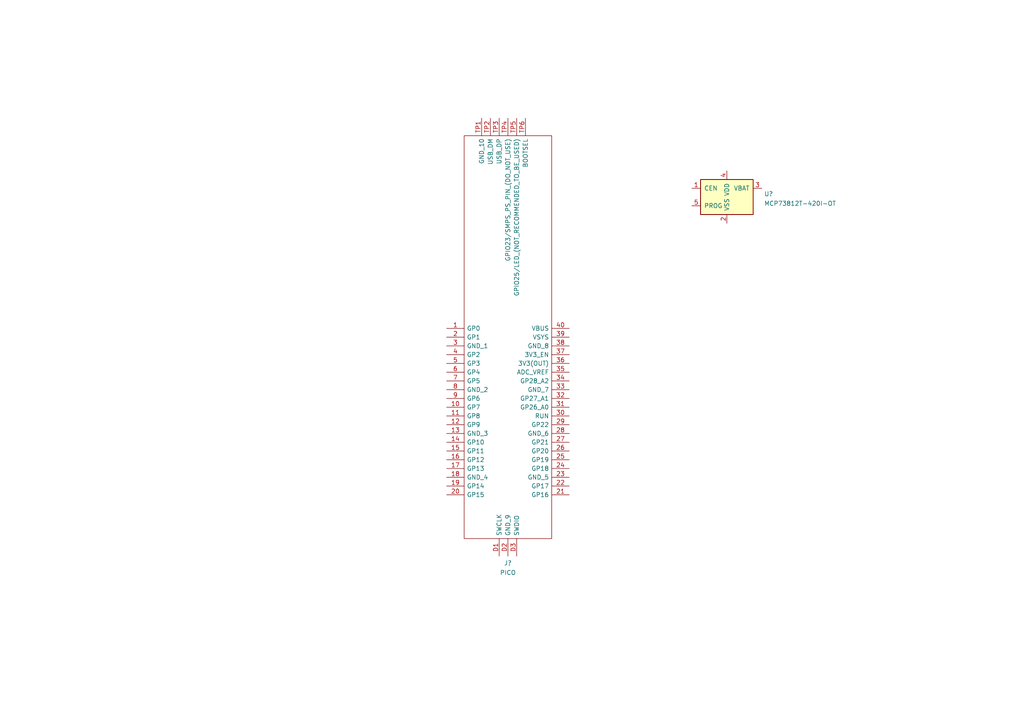
<source format=kicad_sch>
(kicad_sch (version 20210621) (generator eeschema)
  (paper "A4")
  (lib_symbols
    (symbol "Battery_Management:MCP73812T-420I-OT" (pin_names (offset 1.016))
      (property "Reference" "U" (at -6.35 6.35 0))
      (property "Value" "MCP73812T-420I-OT" (at 1.27 6.35 0))
      (symbol "MCP73812T-420I-OT_0_1"
        (rectangle (start -7.62 5.08) (end 7.62 -5.08) (stroke (width 0.254)) (fill (type background)))
      )
      (symbol "MCP73812T-420I-OT_1_1"
        (pin input line (at -10.16 2.54 0) (length 2.54) (name "CEN") (number "1"))
        (pin power_in line (at 0 -7.62 90) (length 2.54) (name "VSS") (number "2"))
        (pin power_out line (at 10.16 2.54 180) (length 2.54) (name "VBAT") (number "3"))
        (pin power_in line (at 0 7.62 270) (length 2.54) (name "VDD") (number "4"))
        (pin input line (at -10.16 -2.54 0) (length 2.54) (name "PROG") (number "5"))
      )
    )
    (symbol "PICO:PICO" (pin_names (offset 0.762))
      (property "Reference" "J" (at 31.75 60.96 0))
      (property "Value" "PICO" (at 31.75 58.42 0))
      (symbol "PICO_0_0"
        (pin passive line (at 0 0 0) (length 5.08) (name "GP0") (number "1"))
        (pin passive line (at 0 -22.86 0) (length 5.08) (name "GP7") (number "10"))
        (pin passive line (at 0 -25.4 0) (length 5.08) (name "GP8") (number "11"))
        (pin passive line (at 0 -27.94 0) (length 5.08) (name "GP9") (number "12"))
        (pin passive line (at 0 -30.48 0) (length 5.08) (name "GND_3") (number "13"))
        (pin passive line (at 0 -33.02 0) (length 5.08) (name "GP10") (number "14"))
        (pin passive line (at 0 -35.56 0) (length 5.08) (name "GP11") (number "15"))
        (pin passive line (at 0 -38.1 0) (length 5.08) (name "GP12") (number "16"))
        (pin passive line (at 0 -40.64 0) (length 5.08) (name "GP13") (number "17"))
        (pin passive line (at 0 -43.18 0) (length 5.08) (name "GND_4") (number "18"))
        (pin passive line (at 0 -45.72 0) (length 5.08) (name "GP14") (number "19"))
        (pin passive line (at 0 -2.54 0) (length 5.08) (name "GP1") (number "2"))
        (pin passive line (at 0 -48.26 0) (length 5.08) (name "GP15") (number "20"))
        (pin passive line (at 35.56 -48.26 180) (length 5.08) (name "GP16") (number "21"))
        (pin passive line (at 35.56 -45.72 180) (length 5.08) (name "GP17") (number "22"))
        (pin passive line (at 35.56 -43.18 180) (length 5.08) (name "GND_5") (number "23"))
        (pin passive line (at 35.56 -40.64 180) (length 5.08) (name "GP18") (number "24"))
        (pin passive line (at 35.56 -38.1 180) (length 5.08) (name "GP19") (number "25"))
        (pin passive line (at 35.56 -35.56 180) (length 5.08) (name "GP20") (number "26"))
        (pin passive line (at 35.56 -33.02 180) (length 5.08) (name "GP21") (number "27"))
        (pin passive line (at 35.56 -30.48 180) (length 5.08) (name "GND_6") (number "28"))
        (pin passive line (at 35.56 -27.94 180) (length 5.08) (name "GP22") (number "29"))
        (pin passive line (at 0 -5.08 0) (length 5.08) (name "GND_1") (number "3"))
        (pin passive line (at 35.56 -25.4 180) (length 5.08) (name "RUN") (number "30"))
        (pin passive line (at 35.56 -22.86 180) (length 5.08) (name "GP26_A0") (number "31"))
        (pin passive line (at 35.56 -20.32 180) (length 5.08) (name "GP27_A1") (number "32"))
        (pin passive line (at 35.56 -17.78 180) (length 5.08) (name "GND_7") (number "33"))
        (pin passive line (at 35.56 -15.24 180) (length 5.08) (name "GP28_A2") (number "34"))
        (pin passive line (at 35.56 -12.7 180) (length 5.08) (name "ADC_VREF") (number "35"))
        (pin passive line (at 35.56 -10.16 180) (length 5.08) (name "3V3(OUT)") (number "36"))
        (pin passive line (at 35.56 -7.62 180) (length 5.08) (name "3V3_EN") (number "37"))
        (pin passive line (at 35.56 -5.08 180) (length 5.08) (name "GND_8") (number "38"))
        (pin passive line (at 35.56 -2.54 180) (length 5.08) (name "VSYS") (number "39"))
        (pin passive line (at 0 -7.62 0) (length 5.08) (name "GP2") (number "4"))
        (pin passive line (at 35.56 0 180) (length 5.08) (name "VBUS") (number "40"))
        (pin passive line (at 0 -10.16 0) (length 5.08) (name "GP3") (number "5"))
        (pin passive line (at 0 -12.7 0) (length 5.08) (name "GP4") (number "6"))
        (pin passive line (at 0 -15.24 0) (length 5.08) (name "GP5") (number "7"))
        (pin passive line (at 0 -17.78 0) (length 5.08) (name "GND_2") (number "8"))
        (pin passive line (at 0 -20.32 0) (length 5.08) (name "GP6") (number "9"))
        (pin passive line (at 15.24 -66.04 90) (length 5.08) (name "SWCLK") (number "D1"))
        (pin passive line (at 17.78 -66.04 90) (length 5.08) (name "GND_9") (number "D2"))
        (pin passive line (at 20.32 -66.04 90) (length 5.08) (name "SWDIO") (number "D3"))
        (pin passive line (at 10.16 60.96 270) (length 5.08) (name "GND_10") (number "TP1"))
        (pin passive line (at 12.7 60.96 270) (length 5.08) (name "USB_DM") (number "TP2"))
        (pin passive line (at 15.24 60.96 270) (length 5.08) (name "USB_DP") (number "TP3"))
        (pin passive line (at 17.78 60.96 270) (length 5.08) (name "GPIO23/SMPS_PS_PIN_(DO_NOT_USE)") (number "TP4"))
        (pin passive line (at 20.32 60.96 270) (length 5.08) (name "GPIO25/LED_(NOT_RECOMMENDED_TO_BE_USED)") (number "TP5"))
        (pin passive line (at 22.86 60.96 270) (length 5.08) (name "BOOTSEL") (number "TP6"))
      )
      (symbol "PICO_0_1"
        (polyline (pts (xy 5.08 55.88) (xy 30.48 55.88) (xy 30.48 -60.96) (xy 5.08 -60.96) (xy 5.08 55.88)) (stroke (width 0.1524)))
      )
    )
  )
  (symbol (lib_id "Battery_Management:MCP73812T-420I-OT") (at 210.82 57.15 0) (unit 1)
    (property "Reference" "U?" (at 221.6151 56.2415 0) (effects (justify left)))
    (property "Value" "MCP73812T-420I-OT" (at 221.6151 59.0166 0) (effects (justify left)))
    (property "Footprint" "Package_TO_SOT_SMD:SOT-23-5" (effects hide))
    (property "Datasheet" "http://ww1.microchip.com/downloads/en/DeviceDoc/22036b.pdf" (effects hide))
  )
  (symbol (lib_id "PICO:PICO") (at 129.54 95.25 0) (unit 1)
    (property "Reference" "J?" (at 147.32 163.3126 0))
    (property "Value" "PICO" (at 147.32 166.0877 0))
    (property "Footprint" "PICO" (effects hide))
    (property "Datasheet" "https://datasheets.raspberrypi.org/pico/pico_datasheet.pdf" (effects hide))
    (property "Description" "RP2040 microcontroller chip designed by Raspberry Pi in the United Kingdom 2  SPI, 2  I2C, 2  UART, 3  12-bit ADC, 16  controllable PWM channels" (effects hide))
    (property "Height" "1" (effects hide))
    (property "Manufacturer_Name" "RASPBERRY-PI" (effects hide))
    (property "Manufacturer_Part_Number" "PICO" (effects hide))
  )
)
</source>
